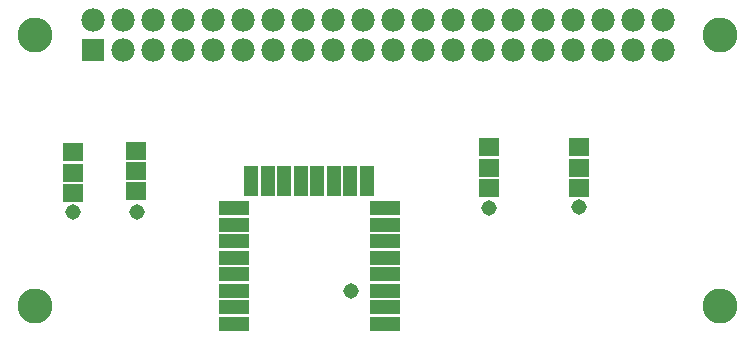
<source format=gts>
G75*
%MOIN*%
%OFA0B0*%
%FSLAX25Y25*%
%IPPOS*%
%LPD*%
%AMOC8*
5,1,8,0,0,1.08239X$1,22.5*
%
%ADD10R,0.06706X0.05918*%
%ADD11R,0.10446X0.04737*%
%ADD12R,0.04737X0.10446*%
%ADD13R,0.07800X0.07800*%
%ADD14C,0.07800*%
%ADD15C,0.11627*%
%ADD16C,0.05156*%
D10*
X0031429Y0088674D03*
X0031429Y0095367D03*
X0031429Y0102059D03*
X0052218Y0102453D03*
X0052218Y0095760D03*
X0052218Y0089067D03*
X0170000Y0090344D03*
X0170000Y0097037D03*
X0170000Y0103730D03*
X0200000Y0103730D03*
X0200000Y0097037D03*
X0200000Y0090344D03*
D11*
X0135197Y0083533D03*
X0135197Y0078022D03*
X0135197Y0072510D03*
X0135197Y0066998D03*
X0135197Y0061486D03*
X0135197Y0055974D03*
X0135197Y0050463D03*
X0135197Y0044951D03*
X0084803Y0044951D03*
X0084803Y0050463D03*
X0084803Y0055974D03*
X0084803Y0061486D03*
X0084803Y0066998D03*
X0084803Y0072510D03*
X0084803Y0078022D03*
X0084803Y0083533D03*
D12*
X0090709Y0092569D03*
X0096220Y0092569D03*
X0101732Y0092569D03*
X0107244Y0092569D03*
X0112756Y0092569D03*
X0118268Y0092569D03*
X0123780Y0092569D03*
X0129291Y0092569D03*
D13*
X0037953Y0136368D03*
D14*
X0047953Y0136368D03*
X0057953Y0136368D03*
X0067953Y0136368D03*
X0077953Y0136368D03*
X0087953Y0136368D03*
X0097953Y0136368D03*
X0107953Y0136368D03*
X0117953Y0136368D03*
X0127953Y0136368D03*
X0137953Y0136368D03*
X0147953Y0136368D03*
X0157953Y0136368D03*
X0167953Y0136368D03*
X0177953Y0136368D03*
X0187953Y0136368D03*
X0197953Y0136368D03*
X0207953Y0136368D03*
X0217953Y0136368D03*
X0227953Y0136368D03*
X0227953Y0146368D03*
X0217953Y0146368D03*
X0207953Y0146368D03*
X0197953Y0146368D03*
X0187953Y0146368D03*
X0177953Y0146368D03*
X0167953Y0146368D03*
X0157953Y0146368D03*
X0147953Y0146368D03*
X0137953Y0146368D03*
X0127953Y0146368D03*
X0117953Y0146368D03*
X0107953Y0146368D03*
X0097953Y0146368D03*
X0087953Y0146368D03*
X0077953Y0146368D03*
X0067953Y0146368D03*
X0057953Y0146368D03*
X0047953Y0146368D03*
X0037953Y0146368D03*
D15*
X0018780Y0050817D03*
X0018780Y0141368D03*
X0247126Y0141368D03*
X0247126Y0050817D03*
D16*
X0199803Y0083922D03*
X0170073Y0083606D03*
X0124067Y0056039D03*
X0052475Y0082066D03*
X0031352Y0082099D03*
M02*

</source>
